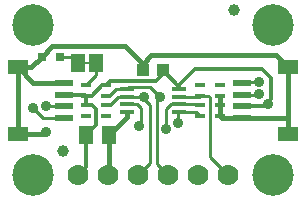
<source format=gbr>
G04 EAGLE Gerber RS-274X export*
G75*
%MOMM*%
%FSLAX34Y34*%
%LPD*%
%INTop Copper*%
%IPPOS*%
%AMOC8*
5,1,8,0,0,1.08239X$1,22.5*%
G01*
%ADD10R,1.240000X1.500000*%
%ADD11R,1.075000X1.000000*%
%ADD12R,0.900000X0.450000*%
%ADD13C,1.778000*%
%ADD14C,3.516000*%
%ADD15R,1.550000X0.600000*%
%ADD16R,1.800000X1.200000*%
%ADD17C,1.000000*%
%ADD18R,0.800000X0.800000*%
%ADD19R,1.300000X0.400000*%
%ADD20R,1.168400X1.600200*%
%ADD21R,0.635000X0.203200*%
%ADD22C,0.406400*%
%ADD23C,0.889000*%
%ADD24C,0.254000*%
%ADD25C,0.304800*%


D10*
X70510Y59690D03*
X89510Y59690D03*
D11*
X135500Y114300D03*
X118500Y114300D03*
D12*
X87240Y101900D03*
X70240Y101900D03*
X87240Y92900D03*
X87240Y84900D03*
X87240Y75900D03*
X70240Y75900D03*
X70240Y92900D03*
X70240Y84900D03*
D13*
X63500Y25400D03*
X88900Y25400D03*
X114300Y25400D03*
X139700Y25400D03*
X165100Y25400D03*
X190500Y25400D03*
D14*
X25400Y152400D03*
X228600Y152400D03*
D15*
X202190Y83900D03*
X202190Y93900D03*
X202190Y73900D03*
X202190Y103900D03*
D16*
X241190Y60900D03*
X241190Y116900D03*
D15*
X51810Y93900D03*
X51810Y83900D03*
X51810Y103900D03*
X51810Y73900D03*
D16*
X12810Y116900D03*
X12810Y60900D03*
D17*
X50800Y45720D03*
X195580Y165100D03*
D14*
X25400Y25400D03*
X228600Y25400D03*
D18*
X33140Y125730D03*
X48140Y125730D03*
D19*
X105000Y98650D03*
X105000Y92150D03*
X105000Y85650D03*
X105000Y79150D03*
X149000Y79150D03*
X149000Y85650D03*
X149000Y92150D03*
X149000Y98650D03*
D12*
X166760Y75900D03*
X183760Y75900D03*
X166760Y84900D03*
X166760Y92900D03*
X166760Y101900D03*
X183760Y101900D03*
X183760Y84900D03*
X183760Y92900D03*
D20*
X63500Y120650D03*
X78740Y120650D03*
D21*
X71120Y120650D03*
D22*
X89510Y59690D02*
X89510Y26010D01*
X88900Y25400D01*
X12810Y60900D02*
X12810Y116900D01*
X24310Y116900D02*
X33140Y125730D01*
X24310Y116900D02*
X12810Y116900D01*
X25810Y103900D02*
X51810Y103900D01*
X25810Y103900D02*
X12810Y116900D01*
X118500Y114300D02*
X118500Y119770D01*
X125730Y127000D01*
X231090Y127000D01*
X241190Y116900D01*
X241190Y73660D01*
X241190Y60900D01*
X183760Y84900D02*
X183760Y92900D01*
X183760Y84900D02*
X183760Y75900D01*
X185760Y73900D01*
X202190Y73900D01*
X240950Y73900D01*
X241190Y73660D01*
X105000Y75180D02*
X105000Y79150D01*
X105000Y75180D02*
X89510Y59690D01*
X33140Y125730D02*
X42030Y134620D01*
X103650Y134620D02*
X118500Y119770D01*
X103650Y134620D02*
X42030Y134620D01*
X35500Y60900D02*
X12810Y60900D01*
X35500Y60900D02*
X36830Y62230D01*
D23*
X36830Y62230D03*
D24*
X95790Y98650D02*
X105000Y98650D01*
X95790Y98650D02*
X90040Y92900D01*
X87240Y92900D01*
X106270Y99920D02*
X124870Y99920D01*
X106270Y99920D02*
X105000Y98650D01*
X130308Y89668D02*
X132715Y92075D01*
X130308Y89668D02*
X130308Y34792D01*
X139700Y25400D01*
X132715Y92075D02*
X124870Y99920D01*
X202190Y93900D02*
X217090Y93900D01*
X217170Y93980D01*
D23*
X217170Y93980D03*
X132715Y92075D03*
D24*
X51810Y83900D02*
X36910Y83900D01*
X36830Y83820D01*
D23*
X36830Y83820D03*
D24*
X97910Y92150D02*
X105000Y92150D01*
X97910Y92150D02*
X90660Y84900D01*
X87240Y84900D01*
X105000Y92150D02*
X118670Y92150D01*
X124460Y35560D02*
X114300Y25400D01*
X118982Y91838D02*
X119778Y91838D01*
X118982Y91838D02*
X118670Y92150D01*
X119778Y89772D02*
X124460Y85090D01*
X124460Y35560D01*
X202190Y103900D02*
X203192Y104902D01*
X217170Y104902D01*
D23*
X217170Y104902D03*
X119778Y91838D03*
D24*
X119778Y89772D01*
X51810Y73900D02*
X34050Y73900D01*
X25400Y82550D01*
D23*
X25400Y82550D03*
D25*
X51810Y93900D02*
X69240Y93900D01*
X70240Y92900D01*
X70240Y84900D01*
X70240Y92900D02*
X75120Y92900D01*
X84120Y101900D02*
X87240Y101900D01*
X84120Y101900D02*
X75120Y92900D01*
X75120Y84900D02*
X70240Y84900D01*
X75120Y84900D02*
X78740Y81280D01*
X78740Y67920D01*
X70510Y59690D01*
X135500Y114300D02*
X136965Y112835D01*
X148395Y101405D01*
X149000Y100800D01*
X149000Y98650D01*
X90750Y105410D02*
X87240Y101900D01*
X129540Y105410D02*
X136965Y112835D01*
X129540Y105410D02*
X90750Y105410D01*
X70510Y59690D02*
X70510Y32410D01*
X63500Y25400D01*
X202190Y83900D02*
X221060Y83900D01*
X224155Y86995D01*
X227330Y90170D01*
X227330Y107950D01*
X162560Y115570D02*
X148395Y101405D01*
X219710Y115570D02*
X227330Y107950D01*
X219710Y115570D02*
X162560Y115570D01*
D23*
X224258Y85622D03*
D25*
X224155Y85725D01*
X224155Y86995D01*
D24*
X78740Y110400D02*
X70240Y101900D01*
X78740Y110400D02*
X78740Y120650D01*
X105000Y85650D02*
X113740Y85650D01*
X116840Y82550D01*
X116840Y68580D01*
X115570Y67310D01*
D23*
X115570Y67310D03*
D24*
X149000Y92150D02*
X166010Y92150D01*
X166760Y92900D01*
X173800Y92900D01*
X175260Y91440D01*
X175260Y40640D02*
X190500Y25400D01*
X175260Y40640D02*
X175260Y91440D01*
X166010Y85650D02*
X149000Y85650D01*
X166010Y85650D02*
X166760Y84900D01*
D23*
X138055Y64939D03*
D24*
X142330Y85650D02*
X149000Y85650D01*
X142330Y85650D02*
X138055Y81375D01*
X138055Y64939D01*
X149000Y79150D02*
X163510Y79150D01*
X166760Y75900D01*
X149000Y79150D02*
X148590Y78740D01*
X148590Y69850D01*
D23*
X148590Y69850D03*
D24*
X58420Y125730D02*
X48140Y125730D01*
X58420Y125730D02*
X63500Y120650D01*
M02*

</source>
